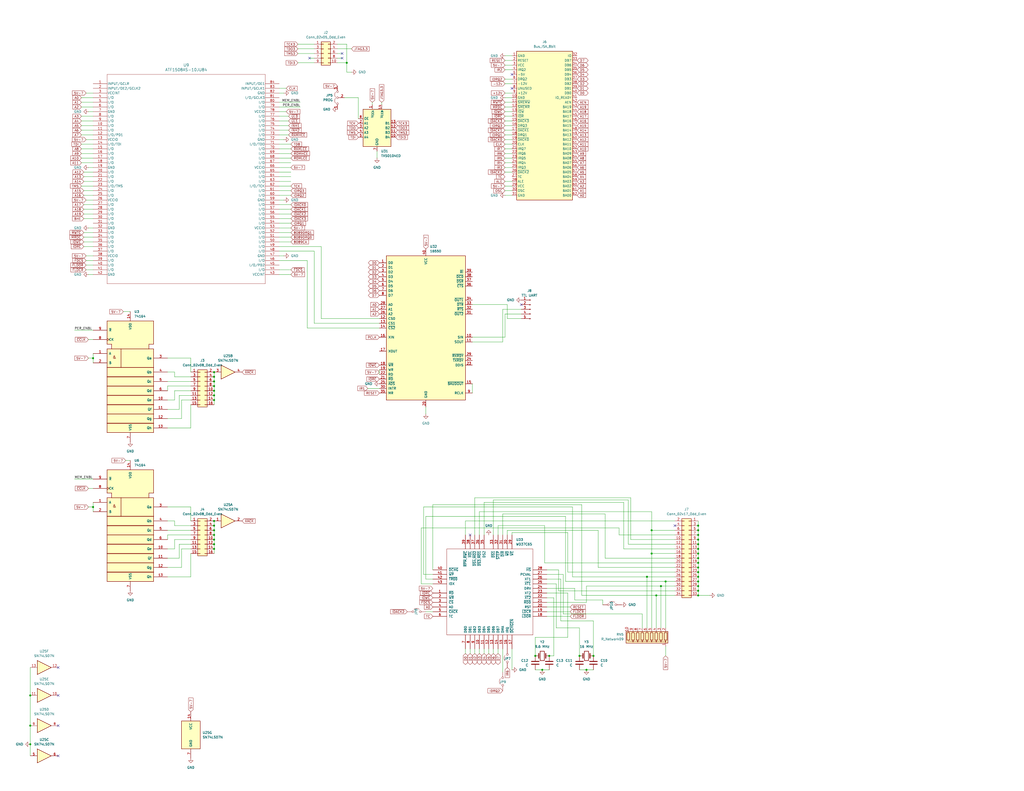
<source format=kicad_sch>
(kicad_sch (version 20250114) (generator "eeschema") (generator_version "9.0")
  (paper "C")
  (junction (at 50.8 276.86))
  (junction (at 299.72 358.14))
  (junction (at 381 294.64))
  (junction (at 358.14 325.12))
  (junction (at 316.23 358.14))
  (junction (at 355.6 302.26))
  (junction (at 381 317.5))
  (junction (at 355.6 289.56))
  (junction (at 381 314.96))
  (junction (at 116.84 297.18))
  (junction (at 116.84 294.64))
  (junction (at 16.51 379.73))
  (junction (at 116.84 218.44))
  (junction (at 116.84 289.56))
  (junction (at 381 325.12))
  (junction (at 381 320.04))
  (junction (at 381 322.58))
  (junction (at 116.84 203.2))
  (junction (at 323.85 358.14))
  (junction (at 295.91 365.76))
  (junction (at 381 299.72))
  (junction (at 116.84 208.28))
  (junction (at 16.51 396.24))
  (junction (at 116.84 292.1))
  (junction (at 116.84 287.02))
  (junction (at 381 292.1))
  (junction (at 116.84 284.48))
  (junction (at 292.1 358.14))
  (junction (at 189.23 34.29))
  (junction (at 116.84 215.9))
  (junction (at 381 307.34))
  (junction (at 360.68 320.04))
  (junction (at 16.51 406.4))
  (junction (at 363.22 317.5))
  (junction (at 381 287.02))
  (junction (at 381 312.42))
  (junction (at 116.84 299.72))
  (junction (at 50.8 195.58))
  (junction (at 381 297.18))
  (junction (at 381 289.56))
  (junction (at 381 304.8))
  (junction (at 116.84 210.82))
  (junction (at 116.84 205.74))
  (junction (at 381 309.88))
  (junction (at 320.04 365.76))
  (junction (at 116.84 213.36))
  (junction (at 353.06 314.96))
  (junction (at 381 302.26))
  (no_connect (at 31.75 364.49))
  (no_connect (at 279.4 40.64))
  (no_connect (at 186.69 29.21))
  (no_connect (at 31.75 412.75))
  (no_connect (at 368.3 287.02))
  (no_connect (at 186.69 31.75))
  (no_connect (at 284.48 166.37))
  (no_connect (at 279.4 48.26))
  (no_connect (at 168.91 31.75))
  (no_connect (at 31.75 396.24))
  (no_connect (at 31.75 379.73))
  (no_connect (at 256.54 292.1))
  (wire (pts (xy 257.81 166.37) (xy 276.86 166.37)))
  (wire (pts (xy 259.08 356.87) (xy 259.08 354.33)))
  (wire (pts (xy 302.26 326.39) (xy 302.26 358.14)))
  (wire (pts (xy 175.26 134.62) (xy 152.4 134.62)))
  (wire (pts (xy 381 314.96) (xy 381 317.5)))
  (wire (pts (xy 275.59 71.12) (xy 279.4 71.12)))
  (wire (pts (xy 368.3 307.34) (xy 297.18 307.34)))
  (wire (pts (xy 275.59 81.28) (xy 279.4 81.28)))
  (wire (pts (xy 116.84 297.18) (xy 116.84 299.72)))
  (wire (pts (xy 231.14 313.69) (xy 236.22 313.69)))
  (wire (pts (xy 323.85 339.09) (xy 323.85 358.14)))
  (wire (pts (xy 337.82 288.29) (xy 337.82 292.1)))
  (wire (pts (xy 171.45 137.16) (xy 152.4 137.16)))
  (wire (pts (xy 91.44 210.82) (xy 104.14 210.82)))
  (wire (pts (xy 274.32 354.33) (xy 274.32 367.03)))
  (wire (pts (xy 195.58 53.34) (xy 195.58 64.77)))
  (wire (pts (xy 116.84 292.1) (xy 116.84 294.64)))
  (wire (pts (xy 298.45 313.69) (xy 307.34 313.69)))
  (wire (pts (xy 158.75 119.38) (xy 152.4 119.38)))
  (wire (pts (xy 168.91 31.75) (xy 171.45 31.75)))
  (wire (pts (xy 275.59 88.9) (xy 279.4 88.9)))
  (wire (pts (xy 317.5 275.59) (xy 236.22 275.59)))
  (wire (pts (xy 45.72 93.98) (xy 50.8 93.98)))
  (wire (pts (xy 116.84 210.82) (xy 116.84 213.36)))
  (wire (pts (xy 298.45 336.55) (xy 311.15 336.55)))
  (wire (pts (xy 279.4 365.76) (xy 279.4 354.33)))
  (wire (pts (xy 184.15 26.67) (xy 191.77 26.67)))
  (wire (pts (xy 91.44 309.88) (xy 99.06 309.88)))
  (wire (pts (xy 104.14 233.68) (xy 91.44 233.68)))
  (wire (pts (xy 330.2 280.67) (xy 274.32 280.67)))
  (wire (pts (xy 44.45 81.28) (xy 50.8 81.28)))
  (wire (pts (xy 312.42 314.96) (xy 312.42 276.86)))
  (wire (pts (xy 275.59 86.36) (xy 279.4 86.36)))
  (wire (pts (xy 207.01 201.93) (xy 207.01 204.47)))
  (wire (pts (xy 158.75 96.52) (xy 152.4 96.52)))
  (wire (pts (xy 207.01 179.07) (xy 167.64 179.07)))
  (wire (pts (xy 99.06 299.72) (xy 104.14 299.72)))
  (wire (pts (xy 261.62 292.1) (xy 261.62 279.4)))
  (wire (pts (xy 276.86 289.56) (xy 326.39 289.56)))
  (wire (pts (xy 257.81 209.55) (xy 257.81 214.63)))
  (wire (pts (xy 158.75 116.84) (xy 152.4 116.84)))
  (wire (pts (xy 158.75 121.92) (xy 152.4 121.92)))
  (wire (pts (xy 116.84 203.2) (xy 116.84 205.74)))
  (wire (pts (xy 46.99 109.22) (xy 50.8 109.22)))
  (wire (pts (xy 254 356.87) (xy 254 354.33)))
  (wire (pts (xy 48.26 276.86) (xy 50.8 276.86)))
  (wire (pts (xy 200.66 212.09) (xy 207.01 212.09)))
  (wire (pts (xy 326.39 309.88) (xy 368.3 309.88)))
  (wire (pts (xy 99.06 309.88) (xy 99.06 299.72)))
  (wire (pts (xy 104.14 294.64) (xy 95.25 294.64)))
  (wire (pts (xy 46.99 147.32) (xy 50.8 147.32)))
  (wire (pts (xy 157.48 63.5) (xy 152.4 63.5)))
  (wire (pts (xy 97.79 297.18) (xy 104.14 297.18)))
  (wire (pts (xy 207.01 173.99) (xy 175.26 173.99)))
  (wire (pts (xy 381 307.34) (xy 381 309.88)))
  (wire (pts (xy 44.45 53.34) (xy 50.8 53.34)))
  (wire (pts (xy 157.48 73.66) (xy 152.4 73.66)))
  (wire (pts (xy 116.84 213.36) (xy 116.84 215.9)))
  (wire (pts (xy 257.81 186.69) (xy 274.32 186.69)))
  (wire (pts (xy 257.81 184.15) (xy 275.59 184.15)))
  (wire (pts (xy 95.25 287.02) (xy 95.25 284.48)))
  (wire (pts (xy 97.79 304.8) (xy 97.79 297.18)))
  (wire (pts (xy 45.72 104.14) (xy 50.8 104.14)))
  (wire (pts (xy 353.06 314.96) (xy 353.06 342.9)))
  (wire (pts (xy 298.45 326.39) (xy 302.26 326.39)))
  (wire (pts (xy 381 304.8) (xy 381 307.34)))
  (wire (pts (xy 45.72 114.3) (xy 50.8 114.3)))
  (wire (pts (xy 275.59 171.45) (xy 284.48 171.45)))
  (wire (pts (xy 152.4 50.8) (xy 154.94 50.8)))
  (wire (pts (xy 171.45 176.53) (xy 171.45 137.16)))
  (wire (pts (xy 162.56 34.29) (xy 171.45 34.29)))
  (wire (pts (xy 368.3 297.18) (xy 342.9 297.18)))
  (wire (pts (xy 342.9 297.18) (xy 342.9 273.05)))
  (wire (pts (xy 360.68 320.04) (xy 360.68 342.9)))
  (wire (pts (xy 368.3 322.58) (xy 304.8 322.58)))
  (wire (pts (xy 303.53 342.9) (xy 316.23 342.9)))
  (wire (pts (xy 320.04 328.93) (xy 298.45 328.93)))
  (wire (pts (xy 104.14 302.26) (xy 104.14 314.96)))
  (wire (pts (xy 381 312.42) (xy 381 314.96)))
  (wire (pts (xy 95.25 205.74) (xy 95.25 203.2)))
  (wire (pts (xy 116.84 218.44) (xy 116.84 220.98)))
  (wire (pts (xy 317.5 325.12) (xy 317.5 275.59)))
  (wire (pts (xy 152.4 139.7) (xy 154.94 139.7)))
  (wire (pts (xy 261.62 356.87) (xy 261.62 354.33)))
  (wire (pts (xy 158.75 99.06) (xy 152.4 99.06)))
  (wire (pts (xy 116.84 294.64) (xy 116.84 297.18)))
  (wire (pts (xy 306.07 316.23) (xy 306.07 339.09)))
  (wire (pts (xy 163.83 55.88) (xy 152.4 55.88)))
  (wire (pts (xy 184.15 29.21) (xy 186.69 29.21)))
  (wire (pts (xy 99.06 218.44) (xy 104.14 218.44)))
  (wire (pts (xy 104.14 314.96) (xy 91.44 314.96)))
  (wire (pts (xy 158.75 111.76) (xy 152.4 111.76)))
  (wire (pts (xy 271.78 287.02) (xy 271.78 292.1)))
  (wire (pts (xy 298.45 323.85) (xy 309.88 323.85)))
  (wire (pts (xy 45.72 96.52) (xy 50.8 96.52)))
  (wire (pts (xy 304.8 322.58) (xy 304.8 311.15)))
  (wire (pts (xy 44.45 68.58) (xy 50.8 68.58)))
  (wire (pts (xy 275.59 58.42) (xy 279.4 58.42)))
  (wire (pts (xy 316.23 365.76) (xy 320.04 365.76)))
  (wire (pts (xy 116.84 299.72) (xy 116.84 302.26)))
  (wire (pts (xy 275.59 38.1) (xy 279.4 38.1)))
  (wire (pts (xy 275.59 106.68) (xy 279.4 106.68)))
  (wire (pts (xy 276.86 173.99) (xy 284.48 173.99)))
  (wire (pts (xy 91.44 213.36) (xy 91.44 210.82)))
  (wire (pts (xy 381 317.5) (xy 381 320.04)))
  (wire (pts (xy 275.59 101.6) (xy 279.4 101.6)))
  (wire (pts (xy 116.84 205.74) (xy 116.84 208.28)))
  (wire (pts (xy 162.56 29.21) (xy 171.45 29.21)))
  (wire (pts (xy 275.59 78.74) (xy 279.4 78.74)))
  (wire (pts (xy 275.59 53.34) (xy 279.4 53.34)))
  (wire (pts (xy 162.56 24.13) (xy 171.45 24.13)))
  (wire (pts (xy 187.96 53.34) (xy 195.58 53.34)))
  (wire (pts (xy 344.17 271.78) (xy 259.08 271.78)))
  (wire (pts (xy 48.26 266.7) (xy 50.8 266.7)))
  (wire (pts (xy 330.2 304.8) (xy 330.2 280.67)))
  (wire (pts (xy 152.4 78.74) (xy 158.75 78.74)))
  (wire (pts (xy 275.59 43.18) (xy 279.4 43.18)))
  (wire (pts (xy 269.24 356.87) (xy 269.24 354.33)))
  (wire (pts (xy 342.9 273.05) (xy 269.24 273.05)))
  (wire (pts (xy 355.6 302.26) (xy 368.3 302.26)))
  (wire (pts (xy 381 309.88) (xy 381 312.42)))
  (wire (pts (xy 381 292.1) (xy 381 294.64)))
  (wire (pts (xy 275.59 66.04) (xy 279.4 66.04)))
  (wire (pts (xy 232.41 226.06) (xy 232.41 222.25)))
  (wire (pts (xy 152.4 149.86) (xy 158.75 149.86)))
  (wire (pts (xy 175.26 173.99) (xy 175.26 134.62)))
  (wire (pts (xy 152.4 60.96) (xy 156.21 60.96)))
  (wire (pts (xy 307.34 313.69) (xy 307.34 335.28)))
  (wire (pts (xy 95.25 299.72) (xy 91.44 299.72)))
  (wire (pts (xy 353.06 314.96) (xy 368.3 314.96)))
  (wire (pts (xy 45.72 134.62) (xy 50.8 134.62)))
  (wire (pts (xy 236.22 275.59) (xy 236.22 311.15)))
  (wire (pts (xy 340.36 299.72) (xy 340.36 274.32)))
  (wire (pts (xy 158.75 86.36) (xy 152.4 86.36)))
  (wire (pts (xy 44.45 63.5) (xy 50.8 63.5)))
  (wire (pts (xy 46.99 142.24) (xy 50.8 142.24)))
  (wire (pts (xy 312.42 276.86) (xy 231.14 276.86)))
  (wire (pts (xy 167.64 142.24) (xy 152.4 142.24)))
  (wire (pts (xy 95.25 213.36) (xy 95.25 218.44)))
  (wire (pts (xy 104.14 284.48) (xy 104.14 276.86)))
  (wire (pts (xy 309.88 312.42) (xy 309.88 290.83)))
  (wire (pts (xy 368.3 312.42) (xy 309.88 312.42)))
  (wire (pts (xy 312.42 314.96) (xy 353.06 314.96)))
  (wire (pts (xy 264.16 356.87) (xy 264.16 354.33)))
  (wire (pts (xy 363.22 317.5) (xy 363.22 342.9)))
  (wire (pts (xy 360.68 320.04) (xy 320.04 320.04)))
  (wire (pts (xy 381 284.48) (xy 381 287.02)))
  (wire (pts (xy 116.84 289.56) (xy 116.84 292.1)))
  (wire (pts (xy 104.14 205.74) (xy 95.25 205.74)))
  (wire (pts (xy 104.14 203.2) (xy 104.14 195.58)))
  (wire (pts (xy 309.88 323.85) (xy 309.88 347.98)))
  (wire (pts (xy 104.14 195.58) (xy 91.44 195.58)))
  (wire (pts (xy 44.45 86.36) (xy 50.8 86.36)))
  (wire (pts (xy 45.72 116.84) (xy 50.8 116.84)))
  (wire (pts (xy 275.59 91.44) (xy 279.4 91.44)))
  (wire (pts (xy 45.72 119.38) (xy 50.8 119.38)))
  (wire (pts (xy 203.2 55.88) (xy 203.2 57.15)))
  (wire (pts (xy 207.01 176.53) (xy 171.45 176.53)))
  (wire (pts (xy 158.75 81.28) (xy 152.4 81.28)))
  (wire (pts (xy 368.3 317.5) (xy 363.22 317.5)))
  (wire (pts (xy 156.21 48.26) (xy 152.4 48.26)))
  (wire (pts (xy 292.1 365.76) (xy 295.91 365.76)))
  (wire (pts (xy 358.14 325.12) (xy 317.5 325.12)))
  (wire (pts (xy 189.23 34.29) (xy 189.23 24.13)))
  (wire (pts (xy 298.45 334.01) (xy 311.15 334.01)))
  (wire (pts (xy 274.32 168.91) (xy 284.48 168.91)))
  (wire (pts (xy 116.84 215.9) (xy 116.84 218.44)))
  (wire (pts (xy 97.79 223.52) (xy 97.79 215.9)))
  (wire (pts (xy 16.51 379.73) (xy 16.51 396.24)))
  (wire (pts (xy 266.7 356.87) (xy 266.7 354.33)))
  (wire (pts (xy 50.8 274.32) (xy 50.8 276.86)))
  (wire (pts (xy 152.4 101.6) (xy 158.75 101.6)))
  (wire (pts (xy 275.59 93.98) (xy 279.4 93.98)))
  (wire (pts (xy 275.59 184.15) (xy 275.59 171.45)))
  (wire (pts (xy 167.64 179.07) (xy 167.64 142.24)))
  (wire (pts (xy 326.39 289.56) (xy 326.39 309.88)))
  (wire (pts (xy 381 297.18) (xy 381 299.72)))
  (wire (pts (xy 163.83 58.42) (xy 152.4 58.42)))
  (wire (pts (xy 254 292.1) (xy 254 284.48)))
  (wire (pts (xy 313.69 327.66) (xy 328.93 327.66)))
  (wire (pts (xy 50.8 193.04) (xy 50.8 195.58)))
  (wire (pts (xy 158.75 104.14) (xy 152.4 104.14)))
  (wire (pts (xy 363.22 358.14) (xy 363.22 353.06)))
  (wire (pts (xy 309.88 347.98) (xy 292.1 347.98)))
  (wire (pts (xy 50.8 195.58) (xy 50.8 198.12)))
  (wire (pts (xy 254 284.48) (xy 368.3 284.48)))
  (wire (pts (xy 275.59 73.66) (xy 279.4 73.66)))
  (wire (pts (xy 48.26 124.46) (xy 50.8 124.46)))
  (wire (pts (xy 184.15 31.75) (xy 186.69 31.75)))
  (wire (pts (xy 116.84 287.02) (xy 116.84 289.56)))
  (wire (pts (xy 279.4 290.83) (xy 279.4 292.1)))
  (wire (pts (xy 358.14 325.12) (xy 358.14 342.9)))
  (wire (pts (xy 189.23 39.37) (xy 189.23 34.29)))
  (wire (pts (xy 271.78 356.87) (xy 271.78 354.33)))
  (wire (pts (xy 275.59 99.06) (xy 279.4 99.06)))
  (wire (pts (xy 275.59 76.2) (xy 279.4 76.2)))
  (wire (pts (xy 381 302.26) (xy 381 304.8)))
  (wire (pts (xy 104.14 213.36) (xy 95.25 213.36)))
  (wire (pts (xy 158.75 106.68) (xy 152.4 106.68)))
  (wire (pts (xy 274.32 280.67) (xy 274.32 292.1)))
  (wire (pts (xy 304.8 311.15) (xy 298.45 311.15)))
  (wire (pts (xy 157.48 71.12) (xy 152.4 71.12)))
  (wire (pts (xy 189.23 24.13) (xy 184.15 24.13)))
  (wire (pts (xy 308.61 317.5) (xy 308.61 281.94)))
  (wire (pts (xy 16.51 406.4) (xy 16.51 412.75)))
  (wire (pts (xy 158.75 88.9) (xy 152.4 88.9)))
  (wire (pts (xy 368.3 325.12) (xy 358.14 325.12)))
  (wire (pts (xy 264.16 274.32) (xy 264.16 292.1)))
  (wire (pts (xy 158.75 129.54) (xy 152.4 129.54)))
  (wire (pts (xy 307.34 335.28) (xy 350.52 335.28)))
  (wire (pts (xy 116.84 208.28) (xy 116.84 210.82)))
  (wire (pts (xy 46.99 144.78) (xy 50.8 144.78)))
  (wire (pts (xy 158.75 127) (xy 152.4 127)))
  (wire (pts (xy 205.74 86.36) (xy 205.74 82.55)))
  (wire (pts (xy 152.4 124.46) (xy 158.75 124.46)))
  (wire (pts (xy 46.99 139.7) (xy 50.8 139.7)))
  (wire (pts (xy 68.58 251.46) (xy 71.12 251.46)))
  (wire (pts (xy 95.25 294.64) (xy 95.25 299.72)))
  (wire (pts (xy 40.64 180.34) (xy 50.8 180.34)))
  (wire (pts (xy 261.62 279.4) (xy 355.6 279.4)))
  (wire (pts (xy 368.3 320.04) (xy 360.68 320.04)))
  (wire (pts (xy 158.75 132.08) (xy 152.4 132.08)))
  (wire (pts (xy 45.72 106.68) (xy 50.8 106.68)))
  (wire (pts (xy 256.54 356.87) (xy 256.54 354.33)))
  (wire (pts (xy 298.45 331.47) (xy 311.15 331.47)))
  (wire (pts (xy 274.32 186.69) (xy 274.32 168.91)))
  (wire (pts (xy 91.44 304.8) (xy 97.79 304.8)))
  (wire (pts (xy 45.72 129.54) (xy 50.8 129.54)))
  (wire (pts (xy 91.44 289.56) (xy 104.14 289.56)))
  (wire (pts (xy 44.45 58.42) (xy 50.8 58.42)))
  (wire (pts (xy 275.59 55.88) (xy 279.4 55.88)))
  (wire (pts (xy 40.64 261.62) (xy 50.8 261.62)))
  (wire (pts (xy 259.08 271.78) (xy 259.08 292.1)))
  (wire (pts (xy 309.88 290.83) (xy 279.4 290.83)))
  (wire (pts (xy 157.48 66.04) (xy 152.4 66.04)))
  (wire (pts (xy 16.51 396.24) (xy 16.51 406.4)))
  (wire (pts (xy 16.51 364.49) (xy 16.51 379.73)))
  (wire (pts (xy 116.84 284.48) (xy 116.84 287.02)))
  (wire (pts (xy 363.22 317.5) (xy 308.61 317.5)))
  (wire (pts (xy 232.41 316.23) (xy 236.22 316.23)))
  (wire (pts (xy 208.28 55.88) (xy 208.28 57.15)))
  (wire (pts (xy 381 287.02) (xy 381 289.56)))
  (wire (pts (xy 44.45 55.88) (xy 50.8 55.88)))
  (wire (pts (xy 306.07 339.09) (xy 323.85 339.09)))
  (wire (pts (xy 368.3 304.8) (xy 330.2 304.8)))
  (wire (pts (xy 355.6 289.56) (xy 355.6 302.26)))
  (wire (pts (xy 337.82 292.1) (xy 368.3 292.1)))
  (wire (pts (xy 44.45 88.9) (xy 50.8 88.9)))
  (wire (pts (xy 48.26 60.96) (xy 50.8 60.96)))
  (wire (pts (xy 381 320.04) (xy 381 322.58)))
  (wire (pts (xy 381 325.12) (xy 387.35 325.12)))
  (wire (pts (xy 269.24 273.05) (xy 269.24 292.1)))
  (wire (pts (xy 48.26 185.42) (xy 50.8 185.42)))
  (wire (pts (xy 275.59 50.8) (xy 279.4 50.8)))
  (wire (pts (xy 381 294.64) (xy 381 297.18)))
  (wire (pts (xy 292.1 347.98) (xy 292.1 358.14)))
  (wire (pts (xy 302.26 358.14) (xy 299.72 358.14)))
  (wire (pts (xy 95.25 203.2) (xy 91.44 203.2)))
  (wire (pts (xy 158.75 147.32) (xy 152.4 147.32)))
  (wire (pts (xy 320.04 365.76) (xy 323.85 365.76)))
  (wire (pts (xy 91.44 208.28) (xy 104.14 208.28)))
  (wire (pts (xy 275.59 30.48) (xy 279.4 30.48)))
  (wire (pts (xy 316.23 342.9) (xy 316.23 358.14)))
  (wire (pts (xy 45.72 111.76) (xy 50.8 111.76)))
  (wire (pts (xy 298.45 316.23) (xy 306.07 316.23)))
  (wire (pts (xy 295.91 365.76) (xy 299.72 365.76)))
  (wire (pts (xy 44.45 83.82) (xy 50.8 83.82)))
  (wire (pts (xy 45.72 127) (xy 50.8 127)))
  (wire (pts (xy 303.53 318.77) (xy 303.53 342.9)))
  (wire (pts (xy 46.99 50.8) (xy 50.8 50.8)))
  (wire (pts (xy 45.72 99.06) (xy 50.8 99.06)))
  (wire (pts (xy 184.15 34.29) (xy 189.23 34.29)))
  (wire (pts (xy 48.26 195.58) (xy 50.8 195.58)))
  (wire (pts (xy 95.25 284.48) (xy 91.44 284.48)))
  (wire (pts (xy 275.59 63.5) (xy 279.4 63.5)))
  (wire (pts (xy 44.45 78.74) (xy 50.8 78.74)))
  (wire (pts (xy 229.87 288.29) (xy 337.82 288.29)))
  (wire (pts (xy 275.59 104.14) (xy 279.4 104.14)))
  (wire (pts (xy 44.45 101.6) (xy 50.8 101.6)))
  (wire (pts (xy 104.14 220.98) (xy 104.14 233.68)))
  (wire (pts (xy 276.86 292.1) (xy 276.86 289.56)))
  (wire (pts (xy 297.18 287.02) (xy 271.78 287.02)))
  (wire (pts (xy 275.59 33.02) (xy 279.4 33.02)))
  (wire (pts (xy 236.22 318.77) (xy 229.87 318.77)))
  (wire (pts (xy 48.26 91.44) (xy 50.8 91.44)))
  (wire (pts (xy 229.87 318.77) (xy 229.87 288.29)))
  (wire (pts (xy 355.6 302.26) (xy 355.6 342.9)))
  (wire (pts (xy 298.45 318.77) (xy 303.53 318.77)))
  (wire (pts (xy 44.45 66.04) (xy 50.8 66.04)))
  (wire (pts (xy 99.06 228.6) (xy 99.06 218.44)))
  (wire (pts (xy 91.44 228.6) (xy 99.06 228.6)))
  (wire (pts (xy 368.3 299.72) (xy 340.36 299.72)))
  (wire (pts (xy 104.14 276.86) (xy 91.44 276.86)))
  (wire (pts (xy 95.25 218.44) (xy 91.44 218.44)))
  (wire (pts (xy 275.59 60.96) (xy 279.4 60.96)))
  (wire (pts (xy 313.69 321.31) (xy 313.69 327.66)))
  (wire (pts (xy 231.14 276.86) (xy 231.14 313.69)))
  (wire (pts (xy 152.4 76.2) (xy 154.94 76.2)))
  (wire (pts (xy 276.86 166.37) (xy 276.86 173.99)))
  (wire (pts (xy 381 299.72) (xy 381 302.26)))
  (wire (pts (xy 275.59 45.72) (xy 279.4 45.72)))
  (wire (pts (xy 46.99 76.2) (xy 50.8 76.2)))
  (wire (pts (xy 191.77 39.37) (xy 189.23 39.37)))
  (wire (pts (xy 328.93 327.66) (xy 328.93 330.2)))
  (wire (pts (xy 344.17 294.64) (xy 344.17 271.78)))
  (wire (pts (xy 104.14 287.02) (xy 95.25 287.02)))
  (wire (pts (xy 91.44 294.64) (xy 91.44 292.1)))
  (wire (pts (xy 232.41 334.01) (xy 236.22 334.01)))
  (wire (pts (xy 275.59 35.56) (xy 279.4 35.56)))
  (wire (pts (xy 50.8 276.86) (xy 50.8 279.4)))
  (wire (pts (xy 158.75 93.98) (xy 152.4 93.98)))
  (wire (pts (xy 298.45 321.31) (xy 313.69 321.31)))
  (wire (pts (xy 232.41 281.94) (xy 232.41 316.23)))
  (wire (pts (xy 275.59 83.82) (xy 279.4 83.82)))
  (wire (pts (xy 162.56 26.67) (xy 171.45 26.67)))
  (wire (pts (xy 355.6 279.4) (xy 355.6 289.56)))
  (wire (pts (xy 340.36 274.32) (xy 264.16 274.32)))
  (wire (pts (xy 297.18 307.34) (xy 297.18 287.02)))
  (wire (pts (xy 48.26 149.86) (xy 50.8 149.86)))
  (wire (pts (xy 381 289.56) (xy 381 292.1)))
  (wire (pts (xy 91.44 292.1) (xy 104.14 292.1)))
  (wire (pts (xy 350.52 335.28) (xy 350.52 342.9)))
  (wire (pts (xy 320.04 320.04) (xy 320.04 328.93)))
  (wire (pts (xy 97.79 215.9) (xy 104.14 215.9)))
  (wire (pts (xy 275.59 68.58) (xy 279.4 68.58)))
  (wire (pts (xy 44.45 71.12) (xy 50.8 71.12)))
  (wire (pts (xy 152.4 109.22) (xy 154.94 109.22)))
  (wire (pts (xy 308.61 281.94) (xy 232.41 281.94)))
  (wire (pts (xy 45.72 132.08) (xy 50.8 132.08)))
  (wire (pts (xy 152.4 91.44) (xy 158.75 91.44)))
  (wire (pts (xy 381 322.58) (xy 381 325.12)))
  (wire (pts (xy 157.48 68.58) (xy 152.4 68.58)))
  (wire (pts (xy 158.75 114.3) (xy 152.4 114.3)))
  (wire (pts (xy 368.3 289.56) (xy 355.6 289.56)))
  (wire (pts (xy 44.45 73.66) (xy 50.8 73.66)))
  (wire (pts (xy 91.44 223.52) (xy 97.79 223.52)))
  (wire (pts (xy 67.31 170.18) (xy 71.12 170.18)))
  (wire (pts (xy 158.75 83.82) (xy 152.4 83.82)))
  (wire (pts (xy 368.3 294.64) (xy 344.17 294.64)))
  (label "PER_ENBL" (at 40.64 180.34 0))
  (label "MEM_ENBL" (at 163.83 55.88 180))
  (label "PER_ENBL" (at 163.83 58.42 180))
  (label "MEM_ENBL" (at 40.64 261.62 0))
  (global_label "~{FLDCR}" (shape input) (at 46.99 147.32 180) (property "Intersheetrefs" "${INTERSHEET_REFS}" (effects (hide yes))))
  (global_label "A13" (shape input) (at 314.96 73.66 0) (property "Intersheetrefs" "${INTERSHEET_REFS}" (effects (hide yes))))
  (global_label "TMS" (shape input) (at 44.45 101.6 180) (property "Intersheetrefs" "${INTERSHEET_REFS}" (effects (hide yes))))
  (global_label "D7" (shape bidirectional) (at 314.96 33.02 0) (property "Intersheetrefs" "${INTERSHEET_REFS}" (effects (hide yes))))
  (global_label "ALE" (shape input) (at 275.59 99.06 180) (property "Intersheetrefs" "${INTERSHEET_REFS}" (effects (hide yes))))
  (global_label "D6" (shape bidirectional) (at 314.96 35.56 0) (property "Intersheetrefs" "${INTERSHEET_REFS}" (effects (hide yes))))
  (global_label "5V-7" (shape input) (at 104.14 388.62 90) (property "Intersheetrefs" "${INTERSHEET_REFS}" (effects (hide yes))))
  (global_label "TCK" (shape input) (at 158.75 101.6 0) (property "Intersheetrefs" "${INTERSHEET_REFS}" (effects (hide yes))))
  (global_label "~{IDACK2}" (shape input) (at 275.59 93.98 180) (property "Intersheetrefs" "${INTERSHEET_REFS}" (effects (hide yes))))
  (global_label "5V-7" (shape input) (at 156.21 60.96 0) (property "Intersheetrefs" "${INTERSHEET_REFS}" (effects (hide yes))))
  (global_label "A9" (shape input) (at 44.45 83.82 180) (property "Intersheetrefs" "${INTERSHEET_REFS}" (effects (hide yes))))
  (global_label "A0" (shape input) (at 44.45 53.34 180) (property "Intersheetrefs" "${INTERSHEET_REFS}" (effects (hide yes))))
  (global_label "IR2" (shape input) (at 275.59 38.1 180) (property "Intersheetrefs" "${INTERSHEET_REFS}" (effects (hide yes))))
  (global_label "D3" (shape bidirectional) (at 314.96 43.18 0) (property "Intersheetrefs" "${INTERSHEET_REFS}" (effects (hide yes))))
  (global_label "~{IORC}" (shape input) (at 236.22 323.85 180) (property "Intersheetrefs" "${INTERSHEET_REFS}" (effects (hide yes))))
  (global_label "~{XACK}" (shape input) (at 132.08 284.48 0) (property "Intersheetrefs" "${INTERSHEET_REFS}" (effects (hide yes))))
  (global_label "D4" (shape bidirectional) (at 264.16 356.87 270) (property "Intersheetrefs" "${INTERSHEET_REFS}" (effects (hide yes))))
  (global_label "D0" (shape bidirectional) (at 207.01 143.51 180) (property "Intersheetrefs" "${INTERSHEET_REFS}" (effects (hide yes))))
  (global_label "A14" (shape input) (at 45.72 99.06 180) (property "Intersheetrefs" "${INTERSHEET_REFS}" (effects (hide yes))))
  (global_label "~{UL1}" (shape input) (at 157.48 66.04 0) (property "Intersheetrefs" "${INTERSHEET_REFS}" (effects (hide yes))))
  (global_label "TDO3" (shape input) (at 215.9 69.85 0) (property "Intersheetrefs" "${INTERSHEET_REFS}" (effects (hide yes))))
  (global_label "TMS" (shape input) (at 195.58 72.39 180) (property "Intersheetrefs" "${INTERSHEET_REFS}" (effects (hide yes))))
  (global_label "~{MRDC}" (shape input) (at 275.59 58.42 180) (property "Intersheetrefs" "${INTERSHEET_REFS}" (effects (hide yes))))
  (global_label "IR6" (shape input) (at 275.59 83.82 180) (property "Intersheetrefs" "${INTERSHEET_REFS}" (effects (hide yes))))
  (global_label "~{INH1}" (shape input) (at 157.48 68.58 0) (property "Intersheetrefs" "${INTERSHEET_REFS}" (effects (hide yes))))
  (global_label "TCK3" (shape input) (at 215.9 67.31 0) (property "Intersheetrefs" "${INTERSHEET_REFS}" (effects (hide yes))))
  (global_label "~{MWTC}" (shape input) (at 45.72 127 180) (property "Intersheetrefs" "${INTERSHEET_REFS}" (effects (hide yes))))
  (global_label "D3" (shape bidirectional) (at 207.01 151.13 180) (property "Intersheetrefs" "${INTERSHEET_REFS}" (effects (hide yes))))
  (global_label "A15" (shape input) (at 314.96 68.58 0) (property "Intersheetrefs" "${INTERSHEET_REFS}" (effects (hide yes))))
  (global_label "RESET" (shape input) (at 275.59 33.02 180) (property "Intersheetrefs" "${INTERSHEET_REFS}" (effects (hide yes))))
  (global_label "A10" (shape input) (at 44.45 86.36 180) (property "Intersheetrefs" "${INTERSHEET_REFS}" (effects (hide yes))))
  (global_label "TDO" (shape input) (at 195.58 69.85 180) (property "Intersheetrefs" "${INTERSHEET_REFS}" (effects (hide yes))))
  (global_label "IR3" (shape input) (at 275.59 91.44 180) (property "Intersheetrefs" "${INTERSHEET_REFS}" (effects (hide yes))))
  (global_label "~{FLDOR}" (shape input) (at 311.15 336.55 0) (property "Intersheetrefs" "${INTERSHEET_REFS}" (effects (hide yes))))
  (global_label "~{INH2}" (shape input) (at 157.48 71.12 0) (property "Intersheetrefs" "${INTERSHEET_REFS}" (effects (hide yes))))
  (global_label "A0" (shape input) (at 314.96 106.68 0) (property "Intersheetrefs" "${INTERSHEET_REFS}" (effects (hide yes))))
  (global_label "~{IOWC}" (shape input) (at 45.72 132.08 180) (property "Intersheetrefs" "${INTERSHEET_REFS}" (effects (hide yes))))
  (global_label "IDRQ1" (shape input) (at 275.59 73.66 180) (property "Intersheetrefs" "${INTERSHEET_REFS}" (effects (hide yes))))
  (global_label "A4" (shape input) (at 314.96 96.52 0) (property "Intersheetrefs" "${INTERSHEET_REFS}" (effects (hide yes))))
  (global_label "A3" (shape input) (at 44.45 63.5 180) (property "Intersheetrefs" "${INTERSHEET_REFS}" (effects (hide yes))))
  (global_label "5V-7" (shape input) (at 207.01 203.2 180) (property "Intersheetrefs" "${INTERSHEET_REFS}" (effects (hide yes))))
  (global_label "~{CCLK}" (shape input) (at 48.26 266.7 180) (property "Intersheetrefs" "${INTERSHEET_REFS}" (effects (hide yes))))
  (global_label "A2" (shape input) (at 314.96 101.6 0) (property "Intersheetrefs" "${INTERSHEET_REFS}" (effects (hide yes))))
  (global_label "~{CCLK}" (shape input) (at 48.26 185.42 180) (property "Intersheetrefs" "${INTERSHEET_REFS}" (effects (hide yes))))
  (global_label "5V-7" (shape input) (at 275.59 35.56 180) (property "Intersheetrefs" "${INTERSHEET_REFS}" (effects (hide yes))))
  (global_label "5V-7" (shape input) (at 46.99 50.8 180) (property "Intersheetrefs" "${INTERSHEET_REFS}" (effects (hide yes))))
  (global_label "IR5" (shape input) (at 275.59 86.36 180) (property "Intersheetrefs" "${INTERSHEET_REFS}" (effects (hide yes))))
  (global_label "A1" (shape input) (at 314.96 104.14 0) (property "Intersheetrefs" "${INTERSHEET_REFS}" (effects (hide yes))))
  (global_label "IR1" (shape input) (at 200.66 212.09 180) (property "Intersheetrefs" "${INTERSHEET_REFS}" (effects (hide yes))))
  (global_label "5V-7" (shape input) (at 203.2 55.88 90) (property "Intersheetrefs" "${INTERSHEET_REFS}" (effects (hide yes))))
  (global_label "-12v" (shape input) (at 275.59 45.72 180) (property "Intersheetrefs" "${INTERSHEET_REFS}" (effects (hide yes))))
  (global_label "A8" (shape input) (at 44.45 81.28 180) (property "Intersheetrefs" "${INTERSHEET_REFS}" (effects (hide yes))))
  (global_label "~{IDACK3}" (shape input) (at 275.59 66.04 180) (property "Intersheetrefs" "${INTERSHEET_REFS}" (effects (hide yes))))
  (global_label "A9" (shape input) (at 314.96 83.82 0) (property "Intersheetrefs" "${INTERSHEET_REFS}" (effects (hide yes))))
  (global_label "D7" (shape bidirectional) (at 271.78 356.87 270) (property "Intersheetrefs" "${INTERSHEET_REFS}" (effects (hide yes))))
  (global_label "5V-7" (shape input) (at 67.31 170.18 180) (property "Intersheetrefs" "${INTERSHEET_REFS}" (effects (hide yes))))
  (global_label "A17" (shape input) (at 314.96 63.5 0) (property "Intersheetrefs" "${INTERSHEET_REFS}" (effects (hide yes))))
  (global_label "TDI" (shape input) (at 195.58 74.93 180) (property "Intersheetrefs" "${INTERSHEET_REFS}" (effects (hide yes))))
  (global_label "A6" (shape input) (at 44.45 71.12 180) (property "Intersheetrefs" "${INTERSHEET_REFS}" (effects (hide yes))))
  (global_label "D4" (shape bidirectional) (at 314.96 40.64 0) (property "Intersheetrefs" "${INTERSHEET_REFS}" (effects (hide yes))))
  (global_label "D2" (shape bidirectional) (at 207.01 148.59 180) (property "Intersheetrefs" "${INTERSHEET_REFS}" (effects (hide yes))))
  (global_label "TMS3" (shape input) (at 215.9 72.39 0) (property "Intersheetrefs" "${INTERSHEET_REFS}" (effects (hide yes))))
  (global_label "~{FDCS}" (shape input) (at 158.75 147.32 0) (property "Intersheetrefs" "${INTERSHEET_REFS}" (effects (hide yes))))
  (global_label "BHE" (shape input) (at 45.72 119.38 180) (property "Intersheetrefs" "${INTERSHEET_REFS}" (effects (hide yes))))
  (global_label "D2" (shape bidirectional) (at 259.08 356.87 270) (property "Intersheetrefs" "${INTERSHEET_REFS}" (effects (hide yes))))
  (global_label "A0" (shape input) (at 207.01 166.37 180) (property "Intersheetrefs" "${INTERSHEET_REFS}" (effects (hide yes))))
  (global_label "A7" (shape input) (at 44.45 73.66 180) (property "Intersheetrefs" "${INTERSHEET_REFS}" (effects (hide yes))))
  (global_label "5V-7" (shape input) (at 158.75 91.44 0) (property "Intersheetrefs" "${INTERSHEET_REFS}" (effects (hide yes))))
  (global_label "A16" (shape input) (at 314.96 66.04 0) (property "Intersheetrefs" "${INTERSHEET_REFS}" (effects (hide yes))))
  (global_label "~{RAMHCE}" (shape input) (at 157.48 73.66 0) (property "Intersheetrefs" "${INTERSHEET_REFS}" (effects (hide yes))))
  (global_label "~{IORC}" (shape input) (at 207.01 207.01 180) (property "Intersheetrefs" "${INTERSHEET_REFS}" (effects (hide yes))))
  (global_label "TDI" (shape input) (at 44.45 78.74 180) (property "Intersheetrefs" "${INTERSHEET_REFS}" (effects (hide yes))))
  (global_label "5V-7" (shape input) (at 232.41 135.89 90) (property "Intersheetrefs" "${INTERSHEET_REFS}" (effects (hide yes))))
  (global_label "D2" (shape bidirectional) (at 314.96 45.72 0) (property "Intersheetrefs" "${INTERSHEET_REFS}" (effects (hide yes))))
  (global_label "A14" (shape input) (at 314.96 71.12 0) (property "Intersheetrefs" "${INTERSHEET_REFS}" (effects (hide yes))))
  (global_label "5V-7" (shape input) (at 46.99 109.22 180) (property "Intersheetrefs" "${INTERSHEET_REFS}" (effects (hide yes))))
  (global_label "D6" (shape bidirectional) (at 269.24 356.87 270) (property "Intersheetrefs" "${INTERSHEET_REFS}" (effects (hide yes))))
  (global_label "~{FLDCR}" (shape input) (at 311.15 334.01 0) (property "Intersheetrefs" "${INTERSHEET_REFS}" (effects (hide yes))))
  (global_label "A10" (shape input) (at 314.96 81.28 0) (property "Intersheetrefs" "${INTERSHEET_REFS}" (effects (hide yes))))
  (global_label "~{ROMHCE}" (shape input) (at 158.75 83.82 0) (property "Intersheetrefs" "${INTERSHEET_REFS}" (effects (hide yes))))
  (global_label "D0" (shape bidirectional) (at 254 356.87 270) (property "Intersheetrefs" "${INTERSHEET_REFS}" (effects (hide yes))))
  (global_label "OSC" (shape input) (at 275.59 104.14 180) (property "Intersheetrefs" "${INTERSHEET_REFS}" (effects (hide yes))))
  (global_label "5V-7" (shape input) (at 68.58 251.46 180) (property "Intersheetrefs" "${INTERSHEET_REFS}" (effects (hide yes))))
  (global_label "IDRQ3" (shape input) (at 275.59 68.58 180) (property "Intersheetrefs" "${INTERSHEET_REFS}" (effects (hide yes))))
  (global_label "IDRQ1" (shape input) (at 158.75 121.92 0) (property "Intersheetrefs" "${INTERSHEET_REFS}" (effects (hide yes))))
  (global_label "TMS3" (shape input) (at 162.56 29.21 180) (property "Intersheetrefs" "${INTERSHEET_REFS}" (effects (hide yes))))
  (global_label "~{ROMLCE}" (shape input) (at 158.75 86.36 0) (property "Intersheetrefs" "${INTERSHEET_REFS}" (effects (hide yes))))
  (global_label "A12" (shape input) (at 45.72 93.98 180) (property "Intersheetrefs" "${INTERSHEET_REFS}" (effects (hide yes))))
  (global_label "~{IDACK1}" (shape input) (at 158.75 114.3 0) (property "Intersheetrefs" "${INTERSHEET_REFS}" (effects (hide yes))))
  (global_label "8089DRQ0" (shape input) (at 158.75 129.54 0) (property "Intersheetrefs" "${INTERSHEET_REFS}" (effects (hide yes))))
  (global_label "D5" (shape bidirectional) (at 207.01 156.21 180) (property "Intersheetrefs" "${INTERSHEET_REFS}" (effects (hide yes))))
  (global_label "JTAG3.3" (shape input) (at 191.77 26.67 0) (property "Intersheetrefs" "${INTERSHEET_REFS}" (effects (hide yes))))
  (global_label "IDRQ3" (shape input) (at 158.75 104.14 0) (property "Intersheetrefs" "${INTERSHEET_REFS}" (effects (hide yes))))
  (global_label "PCLK" (shape input) (at 207.01 184.15 180) (property "Intersheetrefs" "${INTERSHEET_REFS}" (effects (hide yes))))
  (global_label "~{IDACK0}" (shape input) (at 275.59 76.2 180) (property "Intersheetrefs" "${INTERSHEET_REFS}" (effects (hide yes))))
  (global_label "A6" (shape input) (at 314.96 91.44 0) (property "Intersheetrefs" "${INTERSHEET_REFS}" (effects (hide yes))))
  (global_label "CLK" (shape input) (at 156.21 48.26 0) (property "Intersheetrefs" "${INTERSHEET_REFS}" (effects (hide yes))))
  (global_label "A5" (shape input) (at 314.96 93.98 0) (property "Intersheetrefs" "${INTERSHEET_REFS}" (effects (hide yes))))
  (global_label "~{IOWC}" (shape input) (at 207.01 199.39 180) (property "Intersheetrefs" "${INTERSHEET_REFS}" (effects (hide yes))))
  (global_label "~{MRDC}" (shape input) (at 45.72 129.54 180) (property "Intersheetrefs" "${INTERSHEET_REFS}" (effects (hide yes))))
  (global_label "A15" (shape input) (at 45.72 104.14 180) (property "Intersheetrefs" "${INTERSHEET_REFS}" (effects (hide yes))))
  (global_label "TC" (shape input) (at 275.59 96.52 180) (property "Intersheetrefs" "${INTERSHEET_REFS}" (effects (hide yes))))
  (global_label "8089CA" (shape input) (at 158.75 132.08 0) (property "Intersheetrefs" "${INTERSHEET_REFS}" (effects (hide yes))))
  (global_label "D5" (shape bidirectional) (at 266.7 356.87 270) (property "Intersheetrefs" "${INTERSHEET_REFS}" (effects (hide yes))))
  (global_label "A5" (shape input) (at 44.45 68.58 180) (property "Intersheetrefs" "${INTERSHEET_REFS}" (effects (hide yes))))
  (global_label "RESET" (shape input) (at 311.15 331.47 0) (property "Intersheetrefs" "${INTERSHEET_REFS}" (effects (hide yes))))
  (global_label "IR6" (shape input) (at 276.86 364.49 270) (property "Intersheetrefs" "${INTERSHEET_REFS}" (effects (hide yes))))
  (global_label "5V-7" (shape input) (at 48.26 195.58 180) (property "Intersheetrefs" "${INTERSHEET_REFS}" (effects (hide yes))))
  (global_label "A18" (shape input) (at 45.72 114.3 180) (property "Intersheetrefs" "${INTERSHEET_REFS}" (effects (hide yes))))
  (global_label "5V-7" (shape input) (at 275.59 101.6 180) (property "Intersheetrefs" "${INTERSHEET_REFS}" (effects (hide yes))))
  (global_label "+12V" (shape input) (at 275.59 50.8 180) (property "Intersheetrefs" "${INTERSHEET_REFS}" (effects (hide yes))))
  (global_label "5V-7" (shape input) (at 46.99 139.7 180) (property "Intersheetrefs" "${INTERSHEET_REFS}" (effects (hide yes))))
  (global_label "TD8" (shape input) (at 158.75 78.74 0) (property "Intersheetrefs" "${INTERSHEET_REFS}" (effects (hide yes))))
  (global_label "D0" (shape bidirectional) (at 314.96 50.8 0) (property "Intersheetrefs" "${INTERSHEET_REFS}" (effects (hide yes))))
  (global_label "5V-7" (shape input) (at 236.22 321.31 180) (property "Intersheetrefs" "${INTERSHEET_REFS}" (effects (hide yes))))
  (global_label "A1" (shape input) (at 44.45 55.88 180) (property "Intersheetrefs" "${INTERSHEET_REFS}" (effects (hide yes))))
  (global_label "~{MWTC}" (shape input) (at 275.59 55.88 180) (property "Intersheetrefs" "${INTERSHEET_REFS}" (effects (hide yes))))
  (global_label "TDO3" (shape input) (at 162.56 26.67 180) (property "Intersheetrefs" "${INTERSHEET_REFS}" (effects (hide yes))))
  (global_label "D1" (shape bidirectional) (at 207.01 146.05 180) (property "Intersheetrefs" "${INTERSHEET_REFS}" (effects (hide yes))))
  (global_label "A4" (shape input) (at 44.45 66.04 180) (property "Intersheetrefs" "${INTERSHEET_REFS}" (effects (hide yes))))
  (global_label "~{FDCS}" (shape input) (at 46.99 142.24 180) (property "Intersheetrefs" "${INTERSHEET_REFS}" (effects (hide yes))))
  (global_label "5V-7" (shape input) (at 184.15 46.99 180) (property "Intersheetrefs" "${INTERSHEET_REFS}" (effects (hide yes))))
  (global_label "~{IOWC}" (shape input) (at 236.22 326.39 180) (property "Intersheetrefs" "${INTERSHEET_REFS}" (effects (hide yes))))
  (global_label "AEN" (shape input) (at 314.96 55.88 0) (property "Intersheetrefs" "${INTERSHEET_REFS}" (effects (hide yes))))
  (global_label "A12" (shape input) (at 314.96 76.2 0) (property "Intersheetrefs" "${INTERSHEET_REFS}" (effects (hide yes))))
  (global_label "~{IDACK0}" (shape input) (at 158.75 111.76 0) (property "Intersheetrefs" "${INTERSHEET_REFS}" (effects (hide yes))))
  (global_label "A7" (shape input) (at 314.96 88.9 0) (property "Intersheetrefs" "${INTERSHEET_REFS}" (effects (hide yes))))
  (global_label "D1" (shape bidirectional) (at 314.96 48.26 0) (property "Intersheetrefs" "${INTERSHEET_REFS}" (effects (hide yes))))
  (global_label "TC" (shape input) (at 236.22 336.55 180) (property "Intersheetrefs" "${INTERSHEET_REFS}" (effects (hide yes))))
  (global_label "~{XACK}" (shape input) (at 132.08 203.2 0) (property "Intersheetrefs" "${INTERSHEET_REFS}" (effects (hide yes))))
  (global_label "D6" (shape bidirectional) (at 207.01 158.75 180) (property "Intersheetrefs" "${INTERSHEET_REFS}" (effects (hide yes))))
  (global_label "A3" (shape input) (at 314.96 99.06 0) (property "Intersheetrefs" "${INTERSHEET_REFS}" (effects (hide yes))))
  (global_label "IDRQ2" (shape input) (at 158.75 106.68 0) (property "Intersheetrefs" "${INTERSHEET_REFS}" (effects (hide yes))))
  (global_label "~{IDACK2}" (shape input) (at 158.75 116.84 0) (property "Intersheetrefs" "${INTERSHEET_REFS}" (effects (hide yes))))
  (global_label "D5" (shape bidirectional) (at 314.96 38.1 0) (property "Intersheetrefs" "${INTERSHEET_REFS}" (effects (hide yes))))
  (global_label "A8" (shape input) (at 314.96 86.36 0) (property "Intersheetrefs" "${INTERSHEET_REFS}" (effects (hide yes))))
  (global_label "A18" (shape input) (at 314.96 60.96 0) (property "Intersheetrefs" "${INTERSHEET_REFS}" (effects (hide yes))))
  (global_label "5V-7" (shape input) (at 48.26 276.86 180) (property "Intersheetrefs" "${INTERSHEET_REFS}" (effects (hide yes))))
  (global_label "5V-7" (shape input) (at 363.22 358.14 270) (property "Intersheetrefs" "${INTERSHEET_REFS}" (effects (hide yes))))
  (global_label "~{IDACK3}" (shape input) (at 158.75 119.38 0) (property "Intersheetrefs" "${INTERSHEET_REFS}" (effects (hide yes))))
  (global_label "IDRQ2" (shape input) (at 274.32 377.19 180) (property "Intersheetrefs" "${INTERSHEET_REFS}" (effects (hide yes))))
  (global_label "A16" (shape input) (at 45.72 106.68 180) (property "Intersheetrefs" "${INTERSHEET_REFS}" (effects (hide yes))))
  (global_label "~{IDACK1}" (shape input) (at 275.59 71.12 180) (property "Intersheetrefs" "${INTERSHEET_REFS}" (effects (hide yes))))
  (global_label "TCK3" (shape input) (at 162.56 24.13 180) (property "Intersheetrefs" "${INTERSHEET_REFS}" (effects (hide yes))))
  (global_label "TDI3" (shape input) (at 215.9 74.93 0) (property "Intersheetrefs" "${INTERSHEET_REFS}" (effects (hide yes))))
  (global_label "CLK" (shape input) (at 275.59 78.74 180) (property "Intersheetrefs" "${INTERSHEET_REFS}" (effects (hide yes))))
  (global_label "IR7" (shape input) (at 275.59 81.28 180) (property "Intersheetrefs" "${INTERSHEET_REFS}" (effects (hide yes))))
  (global_label "D7" (shape bidirectional) (at 207.01 161.29 180) (property "Intersheetrefs" "${INTERSHEET_REFS}" (effects (hide yes))))
  (global_label "8089DRQ1" (shape input) (at 158.75 127 0) (property "Intersheetrefs" "${INTERSHEET_REFS}" (effects (hide yes))))
  (global_label "TCK" (shape input) (at 195.58 67.31 180) (property "Intersheetrefs" "${INTERSHEET_REFS}" (effects (hide yes))))
  (global_label "D3" (shape bidirectional) (at 261.62 356.87 270) (property "Intersheetrefs" "${INTERSHEET_REFS}" (effects (hide yes))))
  (global_label "D1" (shape bidirectional) (at 256.54 356.87 270) (property "Intersheetrefs" "${INTERSHEET_REFS}" (effects (hide yes))))
  (global_label "RESET" (shape input) (at 207.01 214.63 180) (property "Intersheetrefs" "${INTERSHEET_REFS}" (effects (hide yes))))
  (global_label "A19" (shape input) (at 314.96 58.42 0) (property "Intersheetrefs" "${INTERSHEET_REFS}" (effects (hide yes))))
  (global_label "5V-7" (shape input) (at 46.99 76.2 180) (property "Intersheetrefs" "${INTERSHEET_REFS}" (effects (hide yes))))
  (global_label "5V-7" (shape input) (at 158.75 124.46 0) (property "Intersheetrefs" "${INTERSHEET_REFS}" (effects (hide yes))))
  (global_label "A1" (shape input) (at 207.01 168.91 180) (property "Intersheetrefs" "${INTERSHEET_REFS}" (effects (hide yes))))
  (global_label "IDRQ2" (shape input) (at 275.59 43.18 180) (property "Intersheetrefs" "${INTERSHEET_REFS}" (effects (hide yes))))
  (global_label "A2" (shape input) (at 44.45 58.42 180) (property "Intersheetrefs" "${INTERSHEET_REFS}" (effects (hide yes))))
  (global_label "D4" (shape bidirectional) (at 207.01 153.67 180) (property "Intersheetrefs" "${INTERSHEET_REFS}" (effects (hide yes))))
  (global_label "~{IORC}" (shape input) (at 45.72 134.62 180) (property "Intersheetrefs" "${INTERSHEET_REFS}" (effects (hide yes))))
  (global_label "A13" (shape input) (at 45.72 96.52 180) (property "Intersheetrefs" "${INTERSHEET_REFS}" (effects (hide yes))))
  (global_label "~{FDCS}" (shape input) (at 236.22 328.93 180) (property "Intersheetrefs" "${INTERSHEET_REFS}" (effects (hide yes))))
  (global_label "~{IORC}" (shape input) (at 275.59 63.5 180) (property "Intersheetrefs" "${INTERSHEET_REFS}" (effects (hide yes))))
  (global_label "A11" (shape input) (at 44.45 88.9 180) (property "Intersheetrefs" "${INTERSHEET_REFS}" (effects (hide yes))))
  (global_label "A17" (shape input) (at 45.72 111.76 180) (property "Intersheetrefs" "${INTERSHEET_REFS}" (effects (hide yes))))
  (global_label "TDI3" (shape input) (at 162.56 34.29 180) (property "Intersheetrefs" "${INTERSHEET_REFS}" (effects (hide yes))))
  (global_label "A19" (shape input) (at 45.72 116.84 180) (property "Intersheetrefs" "${INTERSHEET_REFS}" (effects (hide yes))))
  (global_label "JTAG3.3" (shape input) (at 208.28 55.88 90) (property "Intersheetrefs" "${INTERSHEET_REFS}" (effects (hide yes))))
  (global_label "~{UL0}" (shape input) (at 157.48 63.5 0) (property "Intersheetrefs" "${INTERSHEET_REFS}" (effects (hide yes))))
  (global_label "~{RAMLCE}" (shape input) (at 158.75 81.28 0) (property "Intersheetrefs" "${INTERSHEET_REFS}" (effects (hide yes))))
  (global_label "~{IDACK2}" (shape input) (at 222.25 334.01 180) (property "Intersheetrefs" "${INTERSHEET_REFS}" (effects (hide yes))))
  (global_label "~{IOWC}" (shape input) (at 275.59 60.96 180) (property "Intersheetrefs" "${INTERSHEET_REFS}" (effects (hide yes))))
  (global_label "IR4" (shape input) (at 275.59 88.9 180) (property "Intersheetrefs" "${INTERSHEET_REFS}" (effects (hide yes))))
  (global_label "5V-7" (shape input) (at 158.75 149.86 0) (property "Intersheetrefs" "${INTERSHEET_REFS}" (effects (hide yes))))
  (global_label "A11" (shape input) (at 314.96 78.74 0) (property "Intersheetrefs" "${INTERSHEET_REFS}" (effects (hide yes))))
  (global_label "A0" (shape input) (at 236.22 331.47 180) (property "Intersheetrefs" "${INTERSHEET_REFS}" (effects (hide yes))))
  (global_label "A2" (shape input) (at 207.01 171.45 180) (property "Intersheetrefs" "${INTERSHEET_REFS}" (effects (hide yes))))
  (global_label "~{FLDOR}" (shape input) (at 46.99 144.78 180) (property "Intersheetrefs" "${INTERSHEET_REFS}" (effects (hide yes))))
  (symbol (lib_id "power:GND") (at 104.14 414.02 0) (unit 1)
    (property "Reference" "#PWR056" (effects (hide yes)))
    (property "Value" "GND" (at 104.14 419.1 0))
    (property "Description" "Power symbol creates a global label with name \"GND\" , ground" (effects (hide yes)))
  )
  (symbol (lib_id "power:GND") (at 71.12 322.58 0) (unit 1)
    (property "Reference" "#PWR037" (effects (hide yes)))
    (property "Value" "GND" (at 71.12 327.66 0))
    (property "Description" "Power symbol creates a global label with name \"GND\" , ground" (effects (hide yes)))
  )
  (symbol (lib_id "Interface_UART:16550") (at 232.41 179.07 0) (unit 1)
    (property "Reference" "U32" (at 234.5533 134.62 0) (effects (justify left)))
    (property "Value" "16550" (at 234.5533 137.16 0) (effects (justify left)))
    (property "Footprint" "Package_DIP:DIP-40_W15.24mm" (effects (hide yes)))
    (property "Datasheet" "http://www.ti.com/lit/ds/symlink/pc16550d.pdf" (effects (hide yes)))
    (property "Description" "PC16550D, Universal Asynchronous Receiver/Transmitter with FIFOs, PDIP-40" (effects (hide yes)))
  )
  (symbol (lib_id "power:GND") (at 266.7 292.1 180) (unit 1)
    (property "Reference" "#PWR051" (effects (hide yes)))
    (property "Value" "GND" (at 266.7 287.02 0))
    (property "Description" "Power symbol creates a global label with name \"GND\" , ground" (effects (hide yes)))
  )
  (symbol (lib_id "power:GND") (at 339.09 330.2 90) (unit 1)
    (property "Reference" "#PWR058" (effects (hide yes)))
    (property "Value" "GND" (at 342.9 330.1999 90) (effects (justify right)))
    (property "Description" "Power symbol creates a global label with name \"GND\" , ground" (effects (hide yes)))
  )
  (symbol (lib_id "Connector_Generic:Conn_02x05_Odd_Even") (at 176.53 29.21 0) (unit 1)
    (property "Reference" "J2" (at 177.8 17.78 0))
    (property "Value" "Conn_02x05_Odd_Even" (at 177.8 20.32 0))
    (property "Description" "Generic connector, double row, 02x05, odd/even pin numbering scheme (row 1 odd numbers, row 2 even numbers), script generated (kicad-library-utils/schlib/autogen/connector/)" (effects (hide yes)))
  )
  (symbol (lib_id "Device:C") (at 299.72 361.95 0) (unit 1)
    (property "Reference" "C13" (at 303.53 360.6799 0) (effects (justify left)))
    (property "Value" "C" (at 303.53 363.2199 0) (effects (justify left)))
    (property "Description" "Unpolarized capacitor" (effects (hide yes)))
  )
  (symbol (lib_id "power:GND") (at 48.26 91.44 270) (unit 1)
    (property "Reference" "#PWR038" (effects (hide yes)))
    (property "Value" "GND" (at 44.45 91.4399 90) (effects (justify right)))
    (property "Description" "Power symbol creates a global label with name \"GND\" , ground" (effects (hide yes)))
  )
  (symbol (lib_id "Device:R_Network09") (at 353.06 347.98 180) (unit 1)
    (property "Reference" "RN5" (at 340.36 346.4559 0) (effects (justify left)))
    (property "Value" "R_Network09" (at 340.36 348.9959 0) (effects (justify left)))
    (property "Footprint" "Resistor_THT:R_Array_SIP10" (effects (hide yes)))
    (property "Datasheet" "http://www.vishay.com/docs/31509/csc.pdf" (effects (hide yes)))
    (property "Description" "9 resistor network, star topology, bussed resistors, small symbol" (effects (hide yes)))
  )
  (symbol (lib_id "74xx:SN74LS07N") (at 24.13 379.73 0) (unit 5)
    (property "Reference" "U25" (at 24.13 370.84 0))
    (property "Value" "SN74LS07N" (at 24.13 373.38 0))
    (property "Datasheet" "www.ti.com/lit/ds/symlink/sn74ls07.pdf" (effects (hide yes)))
    (property "Description" "Hex Buffers and Drivers With Open Collector High Voltage Outputs" (effects (hide yes)))
  )
  (symbol (lib_id "power:GND") (at 387.35 325.12 90) (unit 1)
    (property "Reference" "#PWR052" (effects (hide yes)))
    (property "Value" "GND" (at 391.16 325.1199 90) (effects (justify right)))
    (property "Description" "Power symbol creates a global label with name \"GND\" , ground" (effects (hide yes)))
  )
  (symbol (lib_id "Connector_Generic:Conn_02x08_Odd_Even") (at 109.22 210.82 0) (unit 1)
    (property "Reference" "J3" (at 110.49 196.85 0))
    (property "Value" "Conn_02x08_Odd_Even" (at 110.49 199.39 0))
    (property "Description" "Generic connector, double row, 02x08, odd/even pin numbering scheme (row 1 odd numbers, row 2 even numbers), script generated (kicad-library-utils/schlib/autogen/connector/)" (effects (hide yes)))
  )
  (symbol (lib_id "power:GND") (at 191.77 39.37 90) (unit 1)
    (property "Reference" "#PWR04" (effects (hide yes)))
    (property "Value" "GND" (at 195.58 39.3699 90) (effects (justify right)))
    (property "Description" "Power symbol creates a global label with name \"GND\" , ground" (effects (hide yes)))
  )
  (symbol (lib_id "74xx:SN74LS07N") (at 24.13 412.75 0) (unit 3)
    (property "Reference" "U25" (at 24.13 403.86 0))
    (property "Value" "SN74LS07N" (at 24.13 406.4 0))
    (property "Datasheet" "www.ti.com/lit/ds/symlink/sn74ls07.pdf" (effects (hide yes)))
    (property "Description" "Hex Buffers and Drivers With Open Collector High Voltage Outputs" (effects (hide yes)))
  )
  (symbol (lib_id "Jumper:Jumper_2_Open") (at 334.01 330.2 0) (unit 1)
    (property "Reference" "JP10" (at 333.756 328.422 90) (effects (justify right)))
    (property "Value" "Jumper_2_Open" (effects (hide yes)))
    (property "Description" "Jumper, 2-pole, open" (effects (hide yes)))
  )
  (symbol (lib_id "power:GND") (at 207.01 209.55 270) (unit 1)
    (property "Reference" "#PWR050" (effects (hide yes)))
    (property "Value" "GND" (at 203.2 209.5499 90) (effects (justify right)))
    (property "Description" "Power symbol creates a global label with name \"GND\" , ground" (effects (hide yes)))
  )
  (symbol (lib_id "power:GND") (at 295.91 365.76 0) (unit 1)
    (property "Reference" "#PWR053" (effects (hide yes)))
    (property "Value" "GND" (at 295.91 370.84 0))
    (property "Description" "Power symbol creates a global label with name \"GND\" , ground" (effects (hide yes)))
  )
  (symbol (lib_id "74xx:SN74LS07N") (at 104.14 401.32 0) (unit 7)
    (property "Reference" "U25" (at 110.49 400.0499 0) (effects (justify left)))
    (property "Value" "SN74LS07N" (at 110.49 402.5899 0) (effects (justify left)))
    (property "Datasheet" "www.ti.com/lit/ds/symlink/sn74ls07.pdf" (effects (hide yes)))
    (property "Description" "Hex Buffers and Drivers With Open Collector High Voltage Outputs" (effects (hide yes)))
  )
  (symbol (lib_id "Logic_LevelTranslator:TXS0104ED") (at 205.74 69.85 0) (unit 1)
    (property "Reference" "U31" (at 207.8833 82.55 0) (effects (justify left)))
    (property "Value" "TXS0104ED" (at 207.8833 85.09 0) (effects (justify left)))
    (property "Footprint" "Package_SO:SOIC-14_3.9x8.7mm_P1.27mm" (effects (hide yes)))
    (property "Datasheet" "www.ti.com/lit/ds/symlink/txs0104e.pdf" (effects (hide yes)))
    (property "Description" "Bidirectional  level-shifting voltage translator, SOIC-14" (effects (hide yes)))
  )
  (symbol (lib_id "power:GND") (at 232.41 226.06 0) (unit 1)
    (property "Reference" "#PWR049" (effects (hide yes)))
    (property "Value" "GND" (at 232.41 231.14 0))
    (property "Description" "Power symbol creates a global label with name \"GND\" , ground" (effects (hide yes)))
  )
  (symbol (lib_id "power:GND") (at 154.94 76.2 90) (unit 1)
    (property "Reference" "#PWR05" (effects (hide yes)))
    (property "Value" "GND" (at 158.75 76.1999 90) (effects (justify right)))
    (property "Description" "Power symbol creates a global label with name \"GND\" , ground" (effects (hide yes)))
  )
  (symbol (lib_id "power:GND") (at 154.94 139.7 90) (unit 1)
    (property "Reference" "#PWR011" (effects (hide yes)))
    (property "Value" "GND" (at 158.75 139.6999 90) (effects (justify right)))
    (property "Description" "Power symbol creates a global label with name \"GND\" , ground" (effects (hide yes)))
  )
  (symbol (lib_id "power:GND") (at 275.59 106.68 270) (unit 1)
    (property "Reference" "#PWR045" (effects (hide yes)))
    (property "Value" "GND" (at 271.78 106.6799 90) (effects (justify right)))
    (property "Description" "Power symbol creates a global label with name \"GND\" , ground" (effects (hide yes)))
  )
  (symbol (lib_id "power:GND") (at 284.48 163.83 270) (unit 1)
    (property "Reference" "#PWR059" (effects (hide yes)))
    (property "Value" "GND" (at 280.67 163.8299 90) (effects (justify right)))
    (property "Description" "Power symbol creates a global label with name \"GND\" , ground" (effects (hide yes)))
  )
  (symbol (lib_id "Connector_Generic:Conn_02x08_Odd_Even") (at 109.22 292.1 0) (unit 1)
    (property "Reference" "J4" (at 110.49 278.13 0))
    (property "Value" "Conn_02x08_Odd_Even" (at 110.49 280.67 0))
    (property "Description" "Generic connector, double row, 02x08, odd/even pin numbering scheme (row 1 odd numbers, row 2 even numbers), script generated (kicad-library-utils/schlib/autogen/connector/)" (effects (hide yes)))
  )
  (symbol (lib_id "74xx:SN74LS07N") (at 124.46 203.2 0) (unit 2)
    (property "Reference" "U25" (at 124.46 194.31 0))
    (property "Value" "SN74LS07N" (at 124.46 196.85 0))
    (property "Datasheet" "www.ti.com/lit/ds/symlink/sn74ls07.pdf" (effects (hide yes)))
    (property "Description" "Hex Buffers and Drivers With Open Collector High Voltage Outputs" (effects (hide yes)))
  )
  (symbol (lib_id "Device:Crystal") (at 320.04 358.14 0) (unit 1)
    (property "Reference" "Y3" (at 320.04 350.52 0))
    (property "Value" "16 MHz" (at 320.04 353.06 0))
    (property "Description" "Two pin crystal" (effects (hide yes)))
  )
  (symbol (lib_id "Jumper:Jumper_2_Open") (at 274.32 372.11 90) (unit 1)
    (property "Reference" "JP9" (at 272.542 372.364 90) (effects (justify right)))
    (property "Value" "Jumper_2_Open" (effects (hide yes)))
    (property "Description" "Jumper, 2-pole, open" (effects (hide yes)))
  )
  (symbol (lib_id "power:GND") (at 48.26 60.96 270) (unit 1)
    (property "Reference" "#PWR010" (effects (hide yes)))
    (property "Value" "GND" (at 44.45 60.9599 90) (effects (justify right)))
    (property "Description" "Power symbol creates a global label with name \"GND\" , ground" (effects (hide yes)))
  )
  (symbol (lib_id "Device:C") (at 323.85 361.95 0) (unit 1)
    (property "Reference" "C10" (at 327.66 360.6799 0) (effects (justify left)))
    (property "Value" "C" (at 327.66 363.2199 0) (effects (justify left)))
    (property "Description" "Unpolarized capacitor" (effects (hide yes)))
  )
  (symbol (lib_id "Connector_Generic:Conn_02x17_Odd_Even") (at 375.92 304.8 0) (mirror y) (unit 1)
    (property "Reference" "J7" (at 374.65 278.13 0))
    (property "Value" "Conn_02x17_Odd_Even" (at 374.65 280.67 0))
    (property "Description" "Generic connector, double row, 02x17, odd/even pin numbering scheme (row 1 odd numbers, row 2 even numbers), script generated (kicad-library-utils/schlib/autogen/connector/)" (effects (hide yes)))
  )
  (symbol (lib_id "power:GND") (at 205.74 86.36 0) (unit 1)
    (property "Reference" "#PWR046" (effects (hide yes)))
    (property "Value" "GND" (at 205.74 91.44 0))
    (property "Description" "Power symbol creates a global label with name \"GND\" , ground" (effects (hide yes)))
  )
  (symbol (lib_id "Device:C") (at 292.1 361.95 0) (mirror y) (unit 1)
    (property "Reference" "C12" (at 288.29 360.6799 0) (effects (justify left)))
    (property "Value" "C" (at 288.29 363.2199 0) (effects (justify left)))
    (property "Description" "Unpolarized capacitor" (effects (hide yes)))
  )
  (symbol (lib_id "power:GND") (at 16.51 406.4 270) (unit 1)
    (property "Reference" "#PWR057" (effects (hide yes)))
    (property "Value" "GND" (at 12.7 406.3999 90) (effects (justify right)))
    (property "Description" "Power symbol creates a global label with name \"GND\" , ground" (effects (hide yes)))
  )
  (symbol (lib_id "Device:Crystal") (at 295.91 358.14 0) (unit 1)
    (property "Reference" "Y2" (at 295.91 350.52 0))
    (property "Value" "9.6 MHz" (at 295.91 353.06 0))
    (property "Description" "Two pin crystal" (effects (hide yes)))
  )
  (symbol (lib_id "power:GND") (at 275.59 30.48 270) (unit 1)
    (property "Reference" "#PWR044" (effects (hide yes)))
    (property "Value" "GND" (at 271.78 30.4799 90) (effects (justify right)))
    (property "Description" "Power symbol creates a global label with name \"GND\" , ground" (effects (hide yes)))
  )
  (symbol (lib_id "74xx:SN74LS07N") (at 24.13 396.24 0) (unit 4)
    (property "Reference" "U25" (at 24.13 387.35 0))
    (property "Value" "SN74LS07N" (at 24.13 389.89 0))
    (property "Datasheet" "www.ti.com/lit/ds/symlink/sn74ls07.pdf" (effects (hide yes)))
    (property "Description" "Hex Buffers and Drivers With Open Collector High Voltage Outputs" (effects (hide yes)))
  )
  (symbol (lib_id "power:GND") (at 154.94 50.8 90) (unit 1)
    (property "Reference" "#PWR06" (effects (hide yes)))
    (property "Value" "GND" (at 158.75 50.7999 90) (effects (justify right)))
    (property "Description" "Power symbol creates a global label with name \"GND\" , ground" (effects (hide yes)))
  )
  (symbol (lib_id "Connector:Bus_ISA_8bit") (at 297.18 68.58 0) (unit 1)
    (property "Reference" "J6" (at 297.18 22.86 0))
    (property "Value" "Bus_ISA_8bit" (at 297.18 25.4 0))
    (property "Datasheet" "https://en.wikipedia.org/wiki/Industry_Standard_Architecture" (effects (hide yes)))
    (property "Description" "8-bit ISA-PC bus connector" (effects (hide yes)))
  )
  (symbol (lib_id "74xx:SN74LS07N") (at 24.13 364.49 0) (unit 6)
    (property "Reference" "U25" (at 24.13 355.6 0))
    (property "Value" "SN74LS07N" (at 24.13 358.14 0))
    (property "Datasheet" "www.ti.com/lit/ds/symlink/sn74ls07.pdf" (effects (hide yes)))
    (property "Description" "Hex Buffers and Drivers With Open Collector High Voltage Outputs" (effects (hide yes)))
  )
  (symbol (lib_id "74xx_IEEE:74164") (at 71.12 193.04 0) (unit 1)
    (property "Reference" "U3" (at 73.2633 170.18 0) (effects (justify left)))
    (property "Value" "74164" (at 73.2633 172.72 0) (effects (justify left)))
  )
  (symbol (lib_id "power:GND") (at 71.12 241.3 0) (unit 1)
    (property "Reference" "#PWR036" (effects (hide yes)))
    (property "Value" "GND" (at 71.12 246.38 0))
    (property "Description" "Power symbol creates a global label with name \"GND\" , ground" (effects (hide yes)))
  )
  (symbol (lib_id "power:GND") (at 184.15 59.69 270) (unit 1)
    (property "Reference" "#PWR047" (effects (hide yes)))
    (property "Value" "GND" (at 180.34 59.6899 90) (effects (justify right)))
    (property "Description" "Power symbol creates a global label with name \"GND\" , ground" (effects (hide yes)))
  )
  (symbol (lib_id "74xx_IEEE:74164") (at 71.12 274.32 0) (unit 1)
    (property "Reference" "U6" (at 73.2633 251.46 0) (effects (justify left)))
    (property "Value" "74164" (at 73.2633 254 0) (effects (justify left)))
  )
  (symbol (lib_id "Device:C") (at 316.23 361.95 0) (mirror y) (unit 1)
    (property "Reference" "C11" (at 312.42 360.6799 0) (effects (justify left)))
    (property "Value" "C" (at 312.42 363.2199 0) (effects (justify left)))
    (property "Description" "Unpolarized capacitor" (effects (hide yes)))
  )
  (symbol (lib_id "power:GND") (at 320.04 365.76 0) (unit 1)
    (property "Reference" "#PWR054" (effects (hide yes)))
    (property "Value" "GND" (at 320.04 370.84 0))
    (property "Description" "Power symbol creates a global label with name \"GND\" , ground" (effects (hide yes)))
  )
  (symbol (lib_id "cbm-steve:WD37C65") (at 266.7 323.85 0) (unit 1)
    (property "Reference" "U33" (at 281.5433 294.64 0) (effects (justify left)))
    (property "Value" "WD37C65" (at 281.5433 297.18 0) (effects (font (size 1.2446 1.2446)) (justify left)))
  )
  (symbol (lib_id "power:GND") (at 48.26 149.86 270) (unit 1)
    (property "Reference" "#PWR09" (effects (hide yes)))
    (property "Value" "GND" (at 44.45 149.8599 90) (effects (justify right)))
    (property "Description" "Power symbol creates a global label with name \"GND\" , ground" (effects (hide yes)))
  )
  (symbol (lib_id "Jumper:Jumper_2_Open") (at 227.33 334.01 0) (unit 1)
    (property "Reference" "JP8" (at 227.076 332.232 90) (effects (justify right)))
    (property "Value" "Jumper_2_Open" (effects (hide yes)))
    (property "Description" "Jumper, 2-pole, open" (effects (hide yes)))
  )
  (symbol (lib_id "74xx:SN74LS07N") (at 124.46 284.48 0) (unit 1)
    (property "Reference" "U25" (at 124.46 275.59 0))
    (property "Value" "SN74LS07N" (at 124.46 278.13 0))
    (property "Datasheet" "www.ti.com/lit/ds/symlink/sn74ls07.pdf" (effects (hide yes)))
    (property "Description" "Hex Buffers and Drivers With Open Collector High Voltage Outputs" (effects (hide yes)))
  )
  (symbol (lib_id "power:GND") (at 279.4 365.76 90) (unit 1)
    (property "Reference" "#PWR055" (effects (hide yes)))
    (property "Value" "GND" (at 283.21 365.7599 90) (effects (justify right)))
    (property "Description" "Power symbol creates a global label with name \"GND\" , ground" (effects (hide yes)))
  )
  (symbol (lib_id "Jumper:Jumper_2_Open") (at 276.86 359.41 90) (unit 1)
    (property "Reference" "JP7" (at 275.082 359.664 90) (effects (justify right)))
    (property "Value" "Jumper_2_Open" (effects (hide yes)))
    (property "Description" "Jumper, 2-pole, open" (effects (hide yes)))
  )
  (symbol (lib_id "power:GND") (at 48.26 124.46 270) (unit 1)
    (property "Reference" "#PWR08" (effects (hide yes)))
    (property "Value" "GND" (at 44.45 124.4599 90) (effects (justify right)))
    (property "Description" "Power symbol creates a global label with name \"GND\" , ground" (effects (hide yes)))
  )
  (symbol (lib_id "power:GND") (at 275.59 53.34 270) (unit 1)
    (property "Reference" "#PWR048" (effects (hide yes)))
    (property "Value" "GND" (at 271.78 53.3399 90) (effects (justify right)))
    (property "Description" "Power symbol creates a global label with name \"GND\" , ground" (effects (hide yes)))
  )
  (symbol (lib_id "Connector:Conn_01x05_Pin") (at 289.56 168.91 0) (mirror y) (unit 1)
    (property "Reference" "J8" (at 288.925 158.75 0))
    (property "Value" "TTL UART" (at 288.925 161.29 0))
    (property "Description" "Generic connector, single row, 01x05, script generated" (effects (hide yes)))
  )
  (symbol (lib_id "Jumper:Jumper_3_Open") (at 184.15 53.34 90) (unit 1) (in_bom no)
    (property "Reference" "JP5" (at 181.61 52.0699 90) (effects (justify left)))
    (property "Value" "PROG" (at 181.61 54.6099 90) (effects (justify left)))
    (property "Description" "Jumper, 3-pole, both open" (effects (hide yes)))
  )
  (symbol (lib_id "power:GND") (at 154.94 109.22 90) (unit 1)
    (property "Reference" "#PWR07" (effects (hide yes)))
    (property "Value" "GND" (at 158.75 109.2199 90) (effects (justify right)))
    (property "Description" "Power symbol creates a global label with name \"GND\" , ground" (effects (hide yes)))
  )
  (symbol (lib_id "ATF1508AS:ATF1508AS-10JU84") (at 50.8 45.72 0) (unit 1)
    (property "Reference" "U9" (at 101.6 35.56 0) (effects (font (size 1.524 1.524))))
    (property "Value" "ATF1508AS-10JU84" (at 101.6 38.1 0) (effects (font (size 1.524 1.524))))
    (property "Footprint" "PLCC84_MCH" (effects (hide yes)))
    (property "Datasheet" "ATF1508AS-10JU84" (effects (hide yes)))
  )
)
</source>
